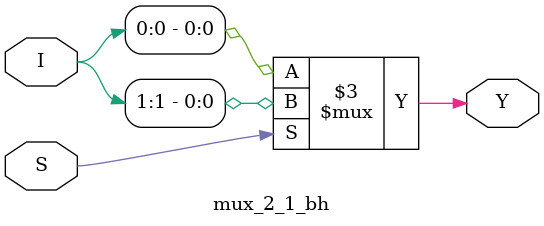
<source format=v>
module mux_2_1_bh(Y,I,S);
input [1:0]I;
input S;
output reg Y;

always@(*)
    if(S)
    Y = I[1];
    else
    Y =  I[0];
    
endmodule

</source>
